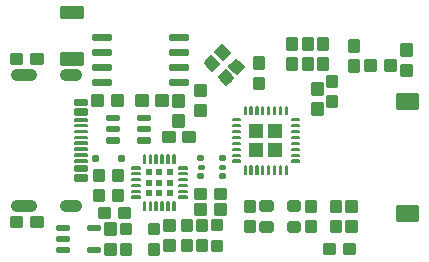
<source format=gbr>
G04 EAGLE Gerber RS-274X export*
G75*
%MOMM*%
%FSLAX34Y34*%
%LPD*%
%INSolderpaste Top*%
%IPPOS*%
%AMOC8*
5,1,8,0,0,1.08239X$1,22.5*%
G01*
%ADD10C,0.300000*%
%ADD11C,0.363000*%
%ADD12C,0.330000*%
%ADD13C,0.264000*%
%ADD14C,0.187834*%
%ADD15R,1.300000X1.300000*%
%ADD16C,0.402334*%
%ADD17C,0.140000*%
%ADD18R,0.600000X0.600000*%
%ADD19C,0.550000*%
%ADD20C,0.420000*%
%ADD21C,1.000000*%
%ADD22C,0.150000*%


D10*
X95195Y-64714D02*
X87195Y-64714D01*
X87195Y-57714D01*
X95195Y-57714D01*
X95195Y-64714D01*
X95195Y-61864D02*
X87195Y-61864D01*
X87195Y-59014D02*
X95195Y-59014D01*
X104195Y-64714D02*
X112195Y-64714D01*
X104195Y-64714D02*
X104195Y-57714D01*
X112195Y-57714D01*
X112195Y-64714D01*
X112195Y-61864D02*
X104195Y-61864D01*
X104195Y-59014D02*
X112195Y-59014D01*
X312541Y60000D02*
X320541Y60000D01*
X312541Y60000D02*
X312541Y67000D01*
X320541Y67000D01*
X320541Y60000D01*
X320541Y62850D02*
X312541Y62850D01*
X312541Y65700D02*
X320541Y65700D01*
X329541Y60000D02*
X337541Y60000D01*
X329541Y60000D02*
X329541Y67000D01*
X337541Y67000D01*
X337541Y60000D01*
X337541Y62850D02*
X329541Y62850D01*
X329541Y65700D02*
X337541Y65700D01*
X210876Y-52016D02*
X210876Y-60016D01*
X210876Y-52016D02*
X217876Y-52016D01*
X217876Y-60016D01*
X210876Y-60016D01*
X210876Y-57166D02*
X217876Y-57166D01*
X217876Y-54316D02*
X210876Y-54316D01*
X210876Y-69016D02*
X210876Y-77016D01*
X210876Y-69016D02*
X217876Y-69016D01*
X217876Y-77016D01*
X210876Y-77016D01*
X210876Y-74166D02*
X217876Y-74166D01*
X217876Y-71316D02*
X210876Y-71316D01*
X294886Y-88448D02*
X302886Y-88448D01*
X302886Y-95448D01*
X294886Y-95448D01*
X294886Y-88448D01*
X294886Y-92598D02*
X302886Y-92598D01*
X302886Y-89748D02*
X294886Y-89748D01*
X285886Y-88448D02*
X277886Y-88448D01*
X285886Y-88448D02*
X285886Y-95448D01*
X277886Y-95448D01*
X277886Y-88448D01*
X277886Y-92598D02*
X285886Y-92598D01*
X285886Y-89748D02*
X277886Y-89748D01*
X21048Y65518D02*
X13048Y65518D01*
X13048Y72518D01*
X21048Y72518D01*
X21048Y65518D01*
X21048Y68368D02*
X13048Y68368D01*
X13048Y71218D02*
X21048Y71218D01*
X30048Y65518D02*
X38048Y65518D01*
X30048Y65518D02*
X30048Y72518D01*
X38048Y72518D01*
X38048Y65518D01*
X38048Y68368D02*
X30048Y68368D01*
X30048Y71218D02*
X38048Y71218D01*
X38059Y-65636D02*
X30059Y-65636D01*
X38059Y-65636D02*
X38059Y-72636D01*
X30059Y-72636D01*
X30059Y-65636D01*
X30059Y-69786D02*
X38059Y-69786D01*
X38059Y-66936D02*
X30059Y-66936D01*
X21059Y-65636D02*
X13059Y-65636D01*
X21059Y-65636D02*
X21059Y-72636D01*
X13059Y-72636D01*
X13059Y-65636D01*
X13059Y-69786D02*
X21059Y-69786D01*
X21059Y-66936D02*
X13059Y-66936D01*
X150424Y29233D02*
X150424Y37233D01*
X157424Y37233D01*
X157424Y29233D01*
X150424Y29233D01*
X150424Y32083D02*
X157424Y32083D01*
X157424Y34933D02*
X150424Y34933D01*
X150424Y20233D02*
X150424Y12233D01*
X150424Y20233D02*
X157424Y20233D01*
X157424Y12233D01*
X150424Y12233D01*
X150424Y15083D02*
X157424Y15083D01*
X157424Y17933D02*
X150424Y17933D01*
X144040Y37282D02*
X136040Y37282D01*
X144040Y37282D02*
X144040Y30282D01*
X136040Y30282D01*
X136040Y37282D01*
X136040Y33132D02*
X144040Y33132D01*
X144040Y35982D02*
X136040Y35982D01*
X127040Y37282D02*
X119040Y37282D01*
X127040Y37282D02*
X127040Y30282D01*
X119040Y30282D01*
X119040Y37282D01*
X119040Y33132D02*
X127040Y33132D01*
X127040Y35982D02*
X119040Y35982D01*
X269946Y-69016D02*
X269946Y-77016D01*
X262946Y-77016D01*
X262946Y-69016D01*
X269946Y-69016D01*
X269946Y-74166D02*
X262946Y-74166D01*
X262946Y-71316D02*
X269946Y-71316D01*
X269946Y-60016D02*
X269946Y-52016D01*
X269946Y-60016D02*
X262946Y-60016D01*
X262946Y-52016D01*
X269946Y-52016D01*
X269946Y-57166D02*
X262946Y-57166D01*
X262946Y-54316D02*
X269946Y-54316D01*
X157857Y-68145D02*
X157857Y-76145D01*
X157857Y-68145D02*
X164857Y-68145D01*
X164857Y-76145D01*
X157857Y-76145D01*
X157857Y-73295D02*
X164857Y-73295D01*
X164857Y-70445D02*
X157857Y-70445D01*
X157857Y-85145D02*
X157857Y-93145D01*
X157857Y-85145D02*
X164857Y-85145D01*
X164857Y-93145D01*
X157857Y-93145D01*
X157857Y-90295D02*
X164857Y-90295D01*
X164857Y-87445D02*
X157857Y-87445D01*
X275121Y22425D02*
X275121Y30425D01*
X275121Y22425D02*
X268121Y22425D01*
X268121Y30425D01*
X275121Y30425D01*
X275121Y25275D02*
X268121Y25275D01*
X268121Y28125D02*
X275121Y28125D01*
X275121Y39425D02*
X275121Y47425D01*
X275121Y39425D02*
X268121Y39425D01*
X268121Y47425D01*
X275121Y47425D01*
X275121Y42275D02*
X268121Y42275D01*
X268121Y45125D02*
X275121Y45125D01*
X106226Y37282D02*
X98226Y37282D01*
X106226Y37282D02*
X106226Y30282D01*
X98226Y30282D01*
X98226Y37282D01*
X98226Y33132D02*
X106226Y33132D01*
X106226Y35982D02*
X98226Y35982D01*
X89226Y37282D02*
X81226Y37282D01*
X89226Y37282D02*
X89226Y30282D01*
X81226Y30282D01*
X81226Y37282D01*
X81226Y33132D02*
X89226Y33132D01*
X89226Y35982D02*
X81226Y35982D01*
X287790Y36775D02*
X287790Y28775D01*
X280790Y28775D01*
X280790Y36775D01*
X287790Y36775D01*
X287790Y31625D02*
X280790Y31625D01*
X280790Y34475D02*
X287790Y34475D01*
X287790Y45775D02*
X287790Y53775D01*
X287790Y45775D02*
X280790Y45775D01*
X280790Y53775D01*
X287790Y53775D01*
X287790Y48625D02*
X280790Y48625D01*
X280790Y51475D02*
X287790Y51475D01*
X99535Y-25879D02*
X99535Y-33879D01*
X99535Y-25879D02*
X106535Y-25879D01*
X106535Y-33879D01*
X99535Y-33879D01*
X99535Y-31029D02*
X106535Y-31029D01*
X106535Y-28179D02*
X99535Y-28179D01*
X99535Y-42879D02*
X99535Y-50879D01*
X99535Y-42879D02*
X106535Y-42879D01*
X106535Y-50879D01*
X99535Y-50879D01*
X99535Y-48029D02*
X106535Y-48029D01*
X106535Y-45179D02*
X99535Y-45179D01*
X299395Y75938D02*
X299395Y83938D01*
X306395Y83938D01*
X306395Y75938D01*
X299395Y75938D01*
X299395Y78788D02*
X306395Y78788D01*
X306395Y81638D02*
X299395Y81638D01*
X299395Y66938D02*
X299395Y58938D01*
X299395Y66938D02*
X306395Y66938D01*
X306395Y58938D01*
X299395Y58938D01*
X299395Y61788D02*
X306395Y61788D01*
X306395Y64638D02*
X299395Y64638D01*
X343528Y72366D02*
X343528Y80366D01*
X350528Y80366D01*
X350528Y72366D01*
X343528Y72366D01*
X343528Y75216D02*
X350528Y75216D01*
X350528Y78066D02*
X343528Y78066D01*
X343528Y63366D02*
X343528Y55366D01*
X343528Y63366D02*
X350528Y63366D01*
X350528Y55366D01*
X343528Y55366D01*
X343528Y58216D02*
X350528Y58216D01*
X350528Y61066D02*
X343528Y61066D01*
X272852Y77525D02*
X272852Y85525D01*
X279852Y85525D01*
X279852Y77525D01*
X272852Y77525D01*
X272852Y80375D02*
X279852Y80375D01*
X279852Y83225D02*
X272852Y83225D01*
X272852Y68525D02*
X272852Y60525D01*
X272852Y68525D02*
X279852Y68525D01*
X279852Y60525D01*
X272852Y60525D01*
X272852Y63375D02*
X279852Y63375D01*
X279852Y66225D02*
X272852Y66225D01*
X266898Y68525D02*
X266898Y60525D01*
X259898Y60525D01*
X259898Y68525D01*
X266898Y68525D01*
X266898Y63375D02*
X259898Y63375D01*
X259898Y66225D02*
X266898Y66225D01*
X266898Y77525D02*
X266898Y85525D01*
X266898Y77525D02*
X259898Y77525D01*
X259898Y85525D01*
X266898Y85525D01*
X266898Y80375D02*
X259898Y80375D01*
X259898Y83225D02*
X266898Y83225D01*
X218734Y69329D02*
X218734Y61329D01*
X218734Y69329D02*
X225734Y69329D01*
X225734Y61329D01*
X218734Y61329D01*
X218734Y64179D02*
X225734Y64179D01*
X225734Y67029D02*
X218734Y67029D01*
X218734Y52329D02*
X218734Y44329D01*
X218734Y52329D02*
X225734Y52329D01*
X225734Y44329D01*
X218734Y44329D01*
X218734Y47179D02*
X225734Y47179D01*
X225734Y50029D02*
X218734Y50029D01*
X182555Y59815D02*
X176899Y65471D01*
X181849Y70421D01*
X187505Y64765D01*
X182555Y59815D01*
X185405Y62665D02*
X179705Y62665D01*
X176943Y65515D02*
X186755Y65515D01*
X183905Y68365D02*
X179793Y68365D01*
X188920Y53450D02*
X194576Y47794D01*
X188920Y53450D02*
X193870Y58400D01*
X199526Y52744D01*
X194576Y47794D01*
X197426Y50644D02*
X191726Y50644D01*
X188964Y53494D02*
X198776Y53494D01*
X195926Y56344D02*
X191814Y56344D01*
X191586Y68883D02*
X185930Y74539D01*
X190880Y79489D01*
X196536Y73833D01*
X191586Y68883D01*
X194436Y71733D02*
X188736Y71733D01*
X185974Y74583D02*
X195786Y74583D01*
X192936Y77433D02*
X188824Y77433D01*
X197950Y62519D02*
X203606Y56863D01*
X197950Y62519D02*
X202900Y67469D01*
X208556Y61813D01*
X203606Y56863D01*
X206456Y59713D02*
X200756Y59713D01*
X197994Y62563D02*
X207806Y62563D01*
X204956Y65413D02*
X200844Y65413D01*
X176761Y-49131D02*
X168761Y-49131D01*
X168761Y-42131D01*
X176761Y-42131D01*
X176761Y-49131D01*
X176761Y-46281D02*
X168761Y-46281D01*
X168761Y-43431D02*
X176761Y-43431D01*
X185761Y-49131D02*
X193761Y-49131D01*
X185761Y-49131D02*
X185761Y-42131D01*
X193761Y-42131D01*
X193761Y-49131D01*
X193761Y-46281D02*
X185761Y-46281D01*
X185761Y-43431D02*
X193761Y-43431D01*
X176812Y-62091D02*
X168812Y-62091D01*
X168812Y-55091D01*
X176812Y-55091D01*
X176812Y-62091D01*
X176812Y-59241D02*
X168812Y-59241D01*
X168812Y-56391D02*
X176812Y-56391D01*
X185812Y-62091D02*
X193812Y-62091D01*
X185812Y-62091D02*
X185812Y-55091D01*
X193812Y-55091D01*
X193812Y-62091D01*
X193812Y-59241D02*
X185812Y-59241D01*
X185812Y-56391D02*
X193812Y-56391D01*
X177490Y-85145D02*
X177490Y-93145D01*
X170490Y-93145D01*
X170490Y-85145D01*
X177490Y-85145D01*
X177490Y-90295D02*
X170490Y-90295D01*
X170490Y-87445D02*
X177490Y-87445D01*
X177490Y-76145D02*
X177490Y-68145D01*
X177490Y-76145D02*
X170490Y-76145D01*
X170490Y-68145D01*
X177490Y-68145D01*
X177490Y-73295D02*
X170490Y-73295D01*
X170490Y-70445D02*
X177490Y-70445D01*
X290965Y-69006D02*
X290965Y-77006D01*
X283965Y-77006D01*
X283965Y-69006D01*
X290965Y-69006D01*
X290965Y-74156D02*
X283965Y-74156D01*
X283965Y-71306D02*
X290965Y-71306D01*
X290965Y-60006D02*
X290965Y-52006D01*
X290965Y-60006D02*
X283965Y-60006D01*
X283965Y-52006D01*
X290965Y-52006D01*
X290965Y-57156D02*
X283965Y-57156D01*
X283965Y-54306D02*
X290965Y-54306D01*
X176255Y21381D02*
X176255Y29381D01*
X176255Y21381D02*
X169255Y21381D01*
X169255Y29381D01*
X176255Y29381D01*
X176255Y24231D02*
X169255Y24231D01*
X169255Y27081D02*
X176255Y27081D01*
X176255Y38381D02*
X176255Y46381D01*
X176255Y38381D02*
X169255Y38381D01*
X169255Y46381D01*
X176255Y46381D01*
X176255Y41231D02*
X169255Y41231D01*
X169255Y44081D02*
X176255Y44081D01*
X253690Y60525D02*
X253690Y68525D01*
X253690Y60525D02*
X246690Y60525D01*
X246690Y68525D01*
X253690Y68525D01*
X253690Y63375D02*
X246690Y63375D01*
X246690Y66225D02*
X253690Y66225D01*
X253690Y77525D02*
X253690Y85525D01*
X253690Y77525D02*
X246690Y77525D01*
X246690Y85525D01*
X253690Y85525D01*
X253690Y80375D02*
X246690Y80375D01*
X246690Y83225D02*
X253690Y83225D01*
X296950Y-52006D02*
X296950Y-60006D01*
X296950Y-52006D02*
X303950Y-52006D01*
X303950Y-60006D01*
X296950Y-60006D01*
X296950Y-57156D02*
X303950Y-57156D01*
X303950Y-54306D02*
X296950Y-54306D01*
X296950Y-69006D02*
X296950Y-77006D01*
X296950Y-69006D02*
X303950Y-69006D01*
X303950Y-77006D01*
X296950Y-77006D01*
X296950Y-74156D02*
X303950Y-74156D01*
X303950Y-71306D02*
X296950Y-71306D01*
D11*
X52410Y-73131D02*
X52410Y-75001D01*
X52410Y-73131D02*
X60780Y-73131D01*
X60780Y-75001D01*
X52410Y-75001D01*
X52410Y-82631D02*
X52410Y-84501D01*
X52410Y-82631D02*
X60780Y-82631D01*
X60780Y-84501D01*
X52410Y-84501D01*
X52410Y-92131D02*
X52410Y-94001D01*
X52410Y-92131D02*
X60780Y-92131D01*
X60780Y-94001D01*
X52410Y-94001D01*
X78412Y-94001D02*
X78412Y-92131D01*
X86782Y-92131D01*
X86782Y-94001D01*
X78412Y-94001D01*
X78412Y-75001D02*
X78412Y-73131D01*
X86782Y-73131D01*
X86782Y-75001D01*
X78412Y-75001D01*
D12*
X192199Y-30816D02*
X192199Y-29116D01*
X192199Y-30816D02*
X189657Y-30816D01*
X189657Y-29116D01*
X192199Y-29116D01*
D13*
X192529Y-23146D02*
X192529Y-21786D01*
X192529Y-23146D02*
X189327Y-23146D01*
X189327Y-21786D01*
X192529Y-21786D01*
D12*
X192199Y-15816D02*
X192199Y-14116D01*
X192199Y-15816D02*
X189657Y-15816D01*
X189657Y-14116D01*
X192199Y-14116D01*
X174199Y-14116D02*
X174199Y-15816D01*
X171657Y-15816D01*
X171657Y-14116D01*
X174199Y-14116D01*
D13*
X174529Y-21786D02*
X174529Y-23146D01*
X171327Y-23146D01*
X171327Y-21786D01*
X174529Y-21786D01*
D12*
X174199Y-29116D02*
X174199Y-30816D01*
X171657Y-30816D01*
X171657Y-29116D01*
X174199Y-29116D01*
D14*
X249904Y-17016D02*
X256026Y-17016D01*
X256026Y-17984D01*
X249904Y-17984D01*
X249904Y-17016D01*
X249904Y-12016D02*
X256026Y-12016D01*
X256026Y-12984D01*
X249904Y-12984D01*
X249904Y-12016D01*
X249904Y-7016D02*
X256026Y-7016D01*
X256026Y-7984D01*
X249904Y-7984D01*
X249904Y-7016D01*
X249904Y-2016D02*
X256026Y-2016D01*
X256026Y-2984D01*
X249904Y-2984D01*
X249904Y-2016D01*
X249904Y2984D02*
X256026Y2984D01*
X256026Y2016D01*
X249904Y2016D01*
X249904Y2984D01*
X249904Y7984D02*
X256026Y7984D01*
X256026Y7016D01*
X249904Y7016D01*
X249904Y7984D01*
X249904Y12984D02*
X256026Y12984D01*
X256026Y12016D01*
X249904Y12016D01*
X249904Y12984D01*
X249904Y17984D02*
X256026Y17984D01*
X256026Y17016D01*
X249904Y17016D01*
X249904Y17984D01*
X244981Y21939D02*
X244981Y28061D01*
X245949Y28061D01*
X245949Y21939D01*
X244981Y21939D01*
X244981Y23723D02*
X245949Y23723D01*
X245949Y25507D02*
X244981Y25507D01*
X244981Y27291D02*
X245949Y27291D01*
X239981Y28061D02*
X239981Y21939D01*
X239981Y28061D02*
X240949Y28061D01*
X240949Y21939D01*
X239981Y21939D01*
X239981Y23723D02*
X240949Y23723D01*
X240949Y25507D02*
X239981Y25507D01*
X239981Y27291D02*
X240949Y27291D01*
X234981Y28061D02*
X234981Y21939D01*
X234981Y28061D02*
X235949Y28061D01*
X235949Y21939D01*
X234981Y21939D01*
X234981Y23723D02*
X235949Y23723D01*
X235949Y25507D02*
X234981Y25507D01*
X234981Y27291D02*
X235949Y27291D01*
X229981Y28061D02*
X229981Y21939D01*
X229981Y28061D02*
X230949Y28061D01*
X230949Y21939D01*
X229981Y21939D01*
X229981Y23723D02*
X230949Y23723D01*
X230949Y25507D02*
X229981Y25507D01*
X229981Y27291D02*
X230949Y27291D01*
X224981Y28061D02*
X224981Y21939D01*
X224981Y28061D02*
X225949Y28061D01*
X225949Y21939D01*
X224981Y21939D01*
X224981Y23723D02*
X225949Y23723D01*
X225949Y25507D02*
X224981Y25507D01*
X224981Y27291D02*
X225949Y27291D01*
X219981Y28061D02*
X219981Y21939D01*
X219981Y28061D02*
X220949Y28061D01*
X220949Y21939D01*
X219981Y21939D01*
X219981Y23723D02*
X220949Y23723D01*
X220949Y25507D02*
X219981Y25507D01*
X219981Y27291D02*
X220949Y27291D01*
X214981Y28061D02*
X214981Y21939D01*
X214981Y28061D02*
X215949Y28061D01*
X215949Y21939D01*
X214981Y21939D01*
X214981Y23723D02*
X215949Y23723D01*
X215949Y25507D02*
X214981Y25507D01*
X214981Y27291D02*
X215949Y27291D01*
X209981Y28061D02*
X209981Y21939D01*
X209981Y28061D02*
X210949Y28061D01*
X210949Y21939D01*
X209981Y21939D01*
X209981Y23723D02*
X210949Y23723D01*
X210949Y25507D02*
X209981Y25507D01*
X209981Y27291D02*
X210949Y27291D01*
X206026Y17016D02*
X199904Y17016D01*
X199904Y17984D01*
X206026Y17984D01*
X206026Y17016D01*
X206026Y12016D02*
X199904Y12016D01*
X199904Y12984D01*
X206026Y12984D01*
X206026Y12016D01*
X206026Y7016D02*
X199904Y7016D01*
X199904Y7984D01*
X206026Y7984D01*
X206026Y7016D01*
X206026Y2016D02*
X199904Y2016D01*
X199904Y2984D01*
X206026Y2984D01*
X206026Y2016D01*
X206026Y-2984D02*
X199904Y-2984D01*
X199904Y-2016D01*
X206026Y-2016D01*
X206026Y-2984D01*
X206026Y-7984D02*
X199904Y-7984D01*
X199904Y-7016D01*
X206026Y-7016D01*
X206026Y-7984D01*
X206026Y-12984D02*
X199904Y-12984D01*
X199904Y-12016D01*
X206026Y-12016D01*
X206026Y-12984D01*
X206026Y-17984D02*
X199904Y-17984D01*
X199904Y-17016D01*
X206026Y-17016D01*
X206026Y-17984D01*
X210949Y-21939D02*
X210949Y-28061D01*
X209981Y-28061D01*
X209981Y-21939D01*
X210949Y-21939D01*
X210949Y-26277D02*
X209981Y-26277D01*
X209981Y-24493D02*
X210949Y-24493D01*
X210949Y-22709D02*
X209981Y-22709D01*
X215949Y-21939D02*
X215949Y-28061D01*
X214981Y-28061D01*
X214981Y-21939D01*
X215949Y-21939D01*
X215949Y-26277D02*
X214981Y-26277D01*
X214981Y-24493D02*
X215949Y-24493D01*
X215949Y-22709D02*
X214981Y-22709D01*
X220949Y-21939D02*
X220949Y-28061D01*
X219981Y-28061D01*
X219981Y-21939D01*
X220949Y-21939D01*
X220949Y-26277D02*
X219981Y-26277D01*
X219981Y-24493D02*
X220949Y-24493D01*
X220949Y-22709D02*
X219981Y-22709D01*
X225949Y-21939D02*
X225949Y-28061D01*
X224981Y-28061D01*
X224981Y-21939D01*
X225949Y-21939D01*
X225949Y-26277D02*
X224981Y-26277D01*
X224981Y-24493D02*
X225949Y-24493D01*
X225949Y-22709D02*
X224981Y-22709D01*
X230949Y-21939D02*
X230949Y-28061D01*
X229981Y-28061D01*
X229981Y-21939D01*
X230949Y-21939D01*
X230949Y-26277D02*
X229981Y-26277D01*
X229981Y-24493D02*
X230949Y-24493D01*
X230949Y-22709D02*
X229981Y-22709D01*
X235949Y-21939D02*
X235949Y-28061D01*
X234981Y-28061D01*
X234981Y-21939D01*
X235949Y-21939D01*
X235949Y-26277D02*
X234981Y-26277D01*
X234981Y-24493D02*
X235949Y-24493D01*
X235949Y-22709D02*
X234981Y-22709D01*
X240949Y-21939D02*
X240949Y-28061D01*
X239981Y-28061D01*
X239981Y-21939D01*
X240949Y-21939D01*
X240949Y-26277D02*
X239981Y-26277D01*
X239981Y-24493D02*
X240949Y-24493D01*
X240949Y-22709D02*
X239981Y-22709D01*
X245949Y-21939D02*
X245949Y-28061D01*
X244981Y-28061D01*
X244981Y-21939D01*
X245949Y-21939D01*
X245949Y-26277D02*
X244981Y-26277D01*
X244981Y-24493D02*
X245949Y-24493D01*
X245949Y-22709D02*
X244981Y-22709D01*
D15*
X235965Y-8000D03*
X219965Y-8000D03*
X235965Y8000D03*
X219965Y8000D03*
D16*
X82236Y86555D02*
X82236Y88629D01*
X95232Y88629D01*
X95232Y86555D01*
X82236Y86555D01*
X82236Y75929D02*
X82236Y73855D01*
X82236Y75929D02*
X95232Y75929D01*
X95232Y73855D01*
X82236Y73855D01*
X82236Y63229D02*
X82236Y61155D01*
X82236Y63229D02*
X95232Y63229D01*
X95232Y61155D01*
X82236Y61155D01*
X82236Y50529D02*
X82236Y48455D01*
X82236Y50529D02*
X95232Y50529D01*
X95232Y48455D01*
X82236Y48455D01*
X147260Y48455D02*
X147260Y50529D01*
X160256Y50529D01*
X160256Y48455D01*
X147260Y48455D01*
X147260Y61155D02*
X147260Y63229D01*
X160256Y63229D01*
X160256Y61155D01*
X147260Y61155D01*
X147260Y73855D02*
X147260Y75929D01*
X160256Y75929D01*
X160256Y73855D01*
X147260Y73855D01*
X147260Y86555D02*
X147260Y88629D01*
X160256Y88629D01*
X160256Y86555D01*
X147260Y86555D01*
D17*
X150932Y-12387D02*
X150932Y-18987D01*
X149532Y-18987D01*
X149532Y-12387D01*
X150932Y-12387D01*
X150932Y-17657D02*
X149532Y-17657D01*
X149532Y-16327D02*
X150932Y-16327D01*
X150932Y-14997D02*
X149532Y-14997D01*
X149532Y-13667D02*
X150932Y-13667D01*
X145932Y-12387D02*
X145932Y-18987D01*
X144532Y-18987D01*
X144532Y-12387D01*
X145932Y-12387D01*
X145932Y-17657D02*
X144532Y-17657D01*
X144532Y-16327D02*
X145932Y-16327D01*
X145932Y-14997D02*
X144532Y-14997D01*
X144532Y-13667D02*
X145932Y-13667D01*
X140932Y-12387D02*
X140932Y-18987D01*
X139532Y-18987D01*
X139532Y-12387D01*
X140932Y-12387D01*
X140932Y-17657D02*
X139532Y-17657D01*
X139532Y-16327D02*
X140932Y-16327D01*
X140932Y-14997D02*
X139532Y-14997D01*
X139532Y-13667D02*
X140932Y-13667D01*
X135932Y-12387D02*
X135932Y-18987D01*
X134532Y-18987D01*
X134532Y-12387D01*
X135932Y-12387D01*
X135932Y-17657D02*
X134532Y-17657D01*
X134532Y-16327D02*
X135932Y-16327D01*
X135932Y-14997D02*
X134532Y-14997D01*
X134532Y-13667D02*
X135932Y-13667D01*
X130932Y-12387D02*
X130932Y-18987D01*
X129532Y-18987D01*
X129532Y-12387D01*
X130932Y-12387D01*
X130932Y-17657D02*
X129532Y-17657D01*
X129532Y-16327D02*
X130932Y-16327D01*
X130932Y-14997D02*
X129532Y-14997D01*
X129532Y-13667D02*
X130932Y-13667D01*
X125932Y-12387D02*
X125932Y-18987D01*
X124532Y-18987D01*
X124532Y-12387D01*
X125932Y-12387D01*
X125932Y-17657D02*
X124532Y-17657D01*
X124532Y-16327D02*
X125932Y-16327D01*
X125932Y-14997D02*
X124532Y-14997D01*
X124532Y-13667D02*
X125932Y-13667D01*
X121032Y-23887D02*
X114432Y-23887D01*
X114432Y-22487D01*
X121032Y-22487D01*
X121032Y-23887D01*
X121032Y-22557D02*
X114432Y-22557D01*
X114432Y-28887D02*
X121032Y-28887D01*
X114432Y-28887D02*
X114432Y-27487D01*
X121032Y-27487D01*
X121032Y-28887D01*
X121032Y-27557D02*
X114432Y-27557D01*
X114432Y-33887D02*
X121032Y-33887D01*
X114432Y-33887D02*
X114432Y-32487D01*
X121032Y-32487D01*
X121032Y-33887D01*
X121032Y-32557D02*
X114432Y-32557D01*
X114432Y-38887D02*
X121032Y-38887D01*
X114432Y-38887D02*
X114432Y-37487D01*
X121032Y-37487D01*
X121032Y-38887D01*
X121032Y-37557D02*
X114432Y-37557D01*
X114432Y-43887D02*
X121032Y-43887D01*
X114432Y-43887D02*
X114432Y-42487D01*
X121032Y-42487D01*
X121032Y-43887D01*
X121032Y-42557D02*
X114432Y-42557D01*
X114432Y-48887D02*
X121032Y-48887D01*
X114432Y-48887D02*
X114432Y-47487D01*
X121032Y-47487D01*
X121032Y-48887D01*
X121032Y-47557D02*
X114432Y-47557D01*
X124532Y-52387D02*
X124532Y-58987D01*
X124532Y-52387D02*
X125932Y-52387D01*
X125932Y-58987D01*
X124532Y-58987D01*
X124532Y-57657D02*
X125932Y-57657D01*
X125932Y-56327D02*
X124532Y-56327D01*
X124532Y-54997D02*
X125932Y-54997D01*
X125932Y-53667D02*
X124532Y-53667D01*
X129532Y-52387D02*
X129532Y-58987D01*
X129532Y-52387D02*
X130932Y-52387D01*
X130932Y-58987D01*
X129532Y-58987D01*
X129532Y-57657D02*
X130932Y-57657D01*
X130932Y-56327D02*
X129532Y-56327D01*
X129532Y-54997D02*
X130932Y-54997D01*
X130932Y-53667D02*
X129532Y-53667D01*
X134532Y-52387D02*
X134532Y-58987D01*
X134532Y-52387D02*
X135932Y-52387D01*
X135932Y-58987D01*
X134532Y-58987D01*
X134532Y-57657D02*
X135932Y-57657D01*
X135932Y-56327D02*
X134532Y-56327D01*
X134532Y-54997D02*
X135932Y-54997D01*
X135932Y-53667D02*
X134532Y-53667D01*
X139532Y-52387D02*
X139532Y-58987D01*
X139532Y-52387D02*
X140932Y-52387D01*
X140932Y-58987D01*
X139532Y-58987D01*
X139532Y-57657D02*
X140932Y-57657D01*
X140932Y-56327D02*
X139532Y-56327D01*
X139532Y-54997D02*
X140932Y-54997D01*
X140932Y-53667D02*
X139532Y-53667D01*
X144532Y-52387D02*
X144532Y-58987D01*
X144532Y-52387D02*
X145932Y-52387D01*
X145932Y-58987D01*
X144532Y-58987D01*
X144532Y-57657D02*
X145932Y-57657D01*
X145932Y-56327D02*
X144532Y-56327D01*
X144532Y-54997D02*
X145932Y-54997D01*
X145932Y-53667D02*
X144532Y-53667D01*
X149532Y-52387D02*
X149532Y-58987D01*
X149532Y-52387D02*
X150932Y-52387D01*
X150932Y-58987D01*
X149532Y-58987D01*
X149532Y-57657D02*
X150932Y-57657D01*
X150932Y-56327D02*
X149532Y-56327D01*
X149532Y-54997D02*
X150932Y-54997D01*
X150932Y-53667D02*
X149532Y-53667D01*
X154432Y-47487D02*
X161032Y-47487D01*
X161032Y-48887D01*
X154432Y-48887D01*
X154432Y-47487D01*
X154432Y-47557D02*
X161032Y-47557D01*
X161032Y-42487D02*
X154432Y-42487D01*
X161032Y-42487D02*
X161032Y-43887D01*
X154432Y-43887D01*
X154432Y-42487D01*
X154432Y-42557D02*
X161032Y-42557D01*
X161032Y-37487D02*
X154432Y-37487D01*
X161032Y-37487D02*
X161032Y-38887D01*
X154432Y-38887D01*
X154432Y-37487D01*
X154432Y-37557D02*
X161032Y-37557D01*
X161032Y-32487D02*
X154432Y-32487D01*
X161032Y-32487D02*
X161032Y-33887D01*
X154432Y-33887D01*
X154432Y-32487D01*
X154432Y-32557D02*
X161032Y-32557D01*
X161032Y-27487D02*
X154432Y-27487D01*
X161032Y-27487D02*
X161032Y-28887D01*
X154432Y-28887D01*
X154432Y-27487D01*
X154432Y-27557D02*
X161032Y-27557D01*
X161032Y-22487D02*
X154432Y-22487D01*
X161032Y-22487D02*
X161032Y-23887D01*
X154432Y-23887D01*
X154432Y-22487D01*
X154432Y-22557D02*
X161032Y-22557D01*
D18*
X128732Y-26687D03*
X137732Y-35687D03*
X137732Y-26687D03*
X146732Y-26687D03*
X146732Y-44687D03*
X128732Y-44687D03*
X137732Y-44687D03*
X146732Y-35687D03*
X128732Y-35687D03*
D19*
X225034Y-58266D02*
X232534Y-58266D01*
X225034Y-58266D02*
X225034Y-52766D01*
X232534Y-52766D01*
X232534Y-58266D01*
X232534Y-53041D02*
X225034Y-53041D01*
X248034Y-76266D02*
X255534Y-76266D01*
X248034Y-76266D02*
X248034Y-70766D01*
X255534Y-70766D01*
X255534Y-76266D01*
X255534Y-71041D02*
X248034Y-71041D01*
X248034Y-58266D02*
X255534Y-58266D01*
X248034Y-58266D02*
X248034Y-52766D01*
X255534Y-52766D01*
X255534Y-58266D01*
X255534Y-53041D02*
X248034Y-53041D01*
X232534Y-76266D02*
X225034Y-76266D01*
X225034Y-70766D01*
X232534Y-70766D01*
X232534Y-76266D01*
X232534Y-71041D02*
X225034Y-71041D01*
D20*
X339636Y28662D02*
X339636Y38462D01*
X355436Y38462D01*
X355436Y28662D01*
X339636Y28662D01*
X339636Y32652D02*
X355436Y32652D01*
X355436Y36642D02*
X339636Y36642D01*
X339636Y-56538D02*
X339636Y-66338D01*
X339636Y-56538D02*
X355436Y-56538D01*
X355436Y-66338D01*
X339636Y-66338D01*
X339636Y-62348D02*
X355436Y-62348D01*
X355436Y-58358D02*
X339636Y-58358D01*
D21*
X66865Y55750D02*
X58865Y55750D01*
X28865Y55750D02*
X16865Y55750D01*
D22*
X66515Y8250D02*
X66515Y6750D01*
X66515Y8250D02*
X76515Y8250D01*
X76515Y6750D01*
X66515Y6750D01*
X66515Y8175D02*
X76515Y8175D01*
X66515Y3250D02*
X66515Y1750D01*
X66515Y3250D02*
X76515Y3250D01*
X76515Y1750D01*
X66515Y1750D01*
X66515Y3175D02*
X76515Y3175D01*
X66515Y-1750D02*
X66515Y-3250D01*
X66515Y-1750D02*
X76515Y-1750D01*
X76515Y-3250D01*
X66515Y-3250D01*
X66515Y-1825D02*
X76515Y-1825D01*
X66515Y-6750D02*
X66515Y-8250D01*
X66515Y-6750D02*
X76515Y-6750D01*
X76515Y-8250D01*
X66515Y-8250D01*
X66515Y-6825D02*
X76515Y-6825D01*
X66515Y11750D02*
X66515Y13250D01*
X76515Y13250D01*
X76515Y11750D01*
X66515Y11750D01*
X66515Y13175D02*
X76515Y13175D01*
X66515Y16750D02*
X66515Y18250D01*
X76515Y18250D01*
X76515Y16750D01*
X66515Y16750D01*
X66515Y18175D02*
X76515Y18175D01*
X66515Y-11750D02*
X66515Y-13250D01*
X66515Y-11750D02*
X76515Y-11750D01*
X76515Y-13250D01*
X66515Y-13250D01*
X66515Y-11825D02*
X76515Y-11825D01*
X66515Y-16750D02*
X66515Y-18250D01*
X66515Y-16750D02*
X76515Y-16750D01*
X76515Y-18250D01*
X66515Y-18250D01*
X66515Y-16825D02*
X76515Y-16825D01*
D10*
X67265Y22500D02*
X67265Y25500D01*
X75765Y25500D01*
X75765Y22500D01*
X67265Y22500D01*
X67265Y25350D02*
X75765Y25350D01*
X67265Y30500D02*
X67265Y33500D01*
X75765Y33500D01*
X75765Y30500D01*
X67265Y30500D01*
X67265Y33350D02*
X75765Y33350D01*
X67265Y-22500D02*
X67265Y-25500D01*
X67265Y-22500D02*
X75765Y-22500D01*
X75765Y-25500D01*
X67265Y-25500D01*
X67265Y-22650D02*
X75765Y-22650D01*
X67265Y-30500D02*
X67265Y-33500D01*
X67265Y-30500D02*
X75765Y-30500D01*
X75765Y-33500D01*
X67265Y-33500D01*
X67265Y-30650D02*
X75765Y-30650D01*
D21*
X66865Y-55750D02*
X58865Y-55750D01*
X28865Y-55750D02*
X16865Y-55750D01*
D10*
X83368Y-33727D02*
X83368Y-25727D01*
X90368Y-25727D01*
X90368Y-33727D01*
X83368Y-33727D01*
X83368Y-30877D02*
X90368Y-30877D01*
X90368Y-28027D02*
X83368Y-28027D01*
X83368Y-42727D02*
X83368Y-50727D01*
X83368Y-42727D02*
X90368Y-42727D01*
X90368Y-50727D01*
X83368Y-50727D01*
X83368Y-47877D02*
X90368Y-47877D01*
X90368Y-45027D02*
X83368Y-45027D01*
D12*
X72406Y104042D02*
X55706Y104042D01*
X55706Y111742D01*
X72406Y111742D01*
X72406Y104042D01*
X72406Y107177D02*
X55706Y107177D01*
X55706Y110312D02*
X72406Y110312D01*
X72406Y65042D02*
X55706Y65042D01*
X55706Y72742D01*
X72406Y72742D01*
X72406Y65042D01*
X72406Y68177D02*
X55706Y68177D01*
X55706Y71312D02*
X72406Y71312D01*
D10*
X183190Y-85879D02*
X190190Y-85879D01*
X190190Y-92879D01*
X183190Y-92879D01*
X183190Y-85879D01*
X183190Y-90029D02*
X190190Y-90029D01*
X190190Y-87179D02*
X183190Y-87179D01*
X183190Y-68339D02*
X190190Y-68339D01*
X190190Y-75339D01*
X183190Y-75339D01*
X183190Y-68339D01*
X183190Y-72489D02*
X190190Y-72489D01*
X190190Y-69639D02*
X183190Y-69639D01*
D12*
X106838Y-14271D02*
X104138Y-14271D01*
X106838Y-14271D02*
X106838Y-16971D01*
X104138Y-16971D01*
X104138Y-14271D01*
X84838Y-14271D02*
X82138Y-14271D01*
X84838Y-14271D02*
X84838Y-16971D01*
X82138Y-16971D01*
X82138Y-14271D01*
D10*
X149804Y-85145D02*
X149804Y-93145D01*
X142804Y-93145D01*
X142804Y-85145D01*
X149804Y-85145D01*
X149804Y-90295D02*
X142804Y-90295D01*
X142804Y-87445D02*
X149804Y-87445D01*
X149804Y-76145D02*
X149804Y-68145D01*
X149804Y-76145D02*
X142804Y-76145D01*
X142804Y-68145D01*
X149804Y-68145D01*
X149804Y-73295D02*
X142804Y-73295D01*
X142804Y-70445D02*
X149804Y-70445D01*
X136977Y-78423D02*
X129977Y-78423D01*
X129977Y-71423D01*
X136977Y-71423D01*
X136977Y-78423D01*
X136977Y-75573D02*
X129977Y-75573D01*
X129977Y-72723D02*
X136977Y-72723D01*
X136977Y-95963D02*
X129977Y-95963D01*
X129977Y-88963D01*
X136977Y-88963D01*
X136977Y-95963D01*
X136977Y-93113D02*
X129977Y-93113D01*
X129977Y-90263D02*
X136977Y-90263D01*
X93020Y-79193D02*
X93020Y-71193D01*
X100020Y-71193D01*
X100020Y-79193D01*
X93020Y-79193D01*
X93020Y-76343D02*
X100020Y-76343D01*
X100020Y-73493D02*
X93020Y-73493D01*
X93020Y-88193D02*
X93020Y-96193D01*
X93020Y-88193D02*
X100020Y-88193D01*
X100020Y-96193D01*
X93020Y-96193D01*
X93020Y-93343D02*
X100020Y-93343D01*
X100020Y-90493D02*
X93020Y-90493D01*
X105974Y-78296D02*
X112974Y-78296D01*
X105974Y-78296D02*
X105974Y-71296D01*
X112974Y-71296D01*
X112974Y-78296D01*
X112974Y-75446D02*
X105974Y-75446D01*
X105974Y-72596D02*
X112974Y-72596D01*
X112974Y-95836D02*
X105974Y-95836D01*
X105974Y-88836D01*
X112974Y-88836D01*
X112974Y-95836D01*
X112974Y-92986D02*
X105974Y-92986D01*
X105974Y-90136D02*
X112974Y-90136D01*
X141805Y-579D02*
X149805Y-579D01*
X141805Y-579D02*
X141805Y6421D01*
X149805Y6421D01*
X149805Y-579D01*
X149805Y2271D02*
X141805Y2271D01*
X141805Y5121D02*
X149805Y5121D01*
X158805Y-579D02*
X166805Y-579D01*
X158805Y-579D02*
X158805Y6421D01*
X166805Y6421D01*
X166805Y-579D01*
X166805Y2271D02*
X158805Y2271D01*
X158805Y5121D02*
X166805Y5121D01*
D11*
X128692Y833D02*
X128692Y-1037D01*
X120322Y-1037D01*
X120322Y833D01*
X128692Y833D01*
X128692Y8463D02*
X128692Y10333D01*
X128692Y8463D02*
X120322Y8463D01*
X120322Y10333D01*
X128692Y10333D01*
X128692Y17963D02*
X128692Y19833D01*
X128692Y17963D02*
X120322Y17963D01*
X120322Y19833D01*
X128692Y19833D01*
X102690Y19833D02*
X102690Y17963D01*
X94320Y17963D01*
X94320Y19833D01*
X102690Y19833D01*
X102690Y833D02*
X102690Y-1037D01*
X94320Y-1037D01*
X94320Y833D01*
X102690Y833D01*
X94320Y8463D02*
X94320Y10333D01*
X102690Y10333D01*
X102690Y8463D01*
X94320Y8463D01*
M02*

</source>
